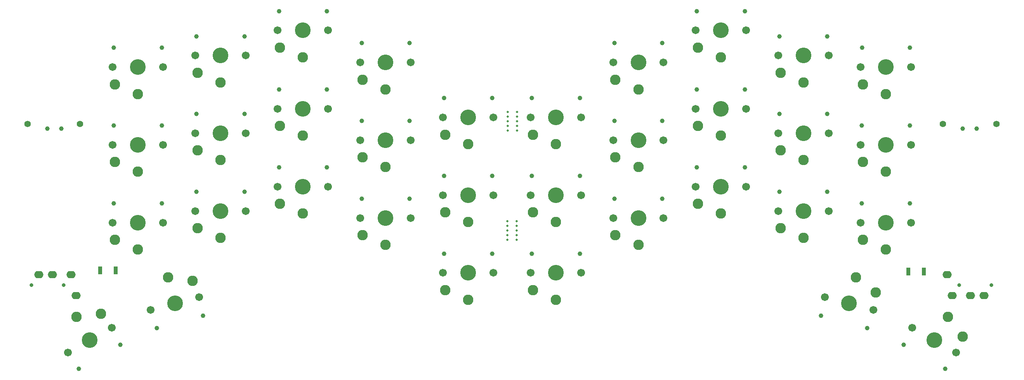
<source format=gbr>
%TF.GenerationSoftware,KiCad,Pcbnew,9.0.2*%
%TF.CreationDate,2025-05-16T22:32:54+01:00*%
%TF.ProjectId,my_sweepv2,6d795f73-7765-4657-9076-322e6b696361,rev?*%
%TF.SameCoordinates,Original*%
%TF.FileFunction,Soldermask,Top*%
%TF.FilePolarity,Negative*%
%FSLAX46Y46*%
G04 Gerber Fmt 4.6, Leading zero omitted, Abs format (unit mm)*
G04 Created by KiCad (PCBNEW 9.0.2) date 2025-05-16 22:32:54*
%MOMM*%
%LPD*%
G01*
G04 APERTURE LIST*
%ADD10C,0.500000*%
%ADD11C,0.800000*%
%ADD12O,2.000000X1.600000*%
%ADD13C,1.701800*%
%ADD14C,0.990600*%
%ADD15C,3.429000*%
%ADD16C,2.282000*%
%ADD17R,0.900000X1.700000*%
%ADD18C,1.397000*%
%ADD19C,1.000000*%
G04 APERTURE END LIST*
D10*
%TO.C,mouse-bite-2mm-slot*%
X129337938Y-48234000D03*
X129337938Y-49250000D03*
X129337938Y-50266000D03*
X129337938Y-51282000D03*
X129337938Y-52298000D03*
X131369938Y-48234000D03*
X131369938Y-49250000D03*
X131369938Y-50266000D03*
X131369938Y-51282000D03*
X131369938Y-52298000D03*
%TD*%
D11*
%TO.C,J2*%
X234874000Y-86052000D03*
X227874000Y-86052000D03*
D12*
X230274000Y-88352000D03*
X233274000Y-88352000D03*
X225174000Y-83752000D03*
X226274000Y-88352000D03*
%TD*%
D13*
%TO.C,SW16*%
X170356000Y-64516000D03*
D14*
X170636000Y-60316000D03*
D15*
X175856000Y-64516000D03*
D14*
X181076000Y-60316000D03*
D13*
X181356000Y-64516000D03*
D16*
X175856000Y-70416000D03*
X170856000Y-68316000D03*
%TD*%
D13*
%TO.C,SW20*%
X227149140Y-100832000D03*
D14*
X224806653Y-104329307D03*
D15*
X222386000Y-98082000D03*
D14*
X215765347Y-99109307D03*
D13*
X217622860Y-95332000D03*
D16*
X225336000Y-92972450D03*
X228616127Y-97291103D03*
%TD*%
D13*
%TO.C,SW15*%
X152356000Y-71374000D03*
D14*
X152636000Y-67174000D03*
D15*
X157856000Y-71374000D03*
D14*
X163076000Y-67174000D03*
D13*
X163356000Y-71374000D03*
D16*
X157856000Y-77274000D03*
X152856000Y-75174000D03*
%TD*%
D13*
%TO.C,SW21*%
X209138592Y-91505505D03*
D14*
X207781093Y-95489924D03*
D15*
X203826000Y-90082000D03*
D14*
X197696827Y-92787853D03*
D13*
X198513408Y-88658495D03*
D16*
X205353032Y-84383038D03*
X209639142Y-87705577D03*
%TD*%
D13*
%TO.C,SW17*%
X188356000Y-69850000D03*
D14*
X188636000Y-65650000D03*
D15*
X193856000Y-69850000D03*
D14*
X199076000Y-65650000D03*
D13*
X199356000Y-69850000D03*
D16*
X193856000Y-75750000D03*
X188856000Y-73650000D03*
%TD*%
D13*
%TO.C,SW18*%
X206336000Y-72390000D03*
D14*
X206616000Y-68190000D03*
D15*
X211836000Y-72390000D03*
D14*
X217056000Y-68190000D03*
D13*
X217336000Y-72390000D03*
D16*
X211836000Y-78290000D03*
X206836000Y-76190000D03*
%TD*%
D13*
%TO.C,SW4*%
X170356000Y-30382000D03*
D14*
X170636000Y-26182000D03*
D15*
X175856000Y-30382000D03*
D14*
X181076000Y-26182000D03*
D13*
X181356000Y-30382000D03*
D16*
X175856000Y-36282000D03*
X170856000Y-34182000D03*
%TD*%
D13*
%TO.C,SW3*%
X152356000Y-37382000D03*
D14*
X152636000Y-33182000D03*
D15*
X157856000Y-37382000D03*
D14*
X163076000Y-33182000D03*
D13*
X163356000Y-37382000D03*
D16*
X157856000Y-43282000D03*
X152856000Y-41182000D03*
%TD*%
D13*
%TO.C,SW9*%
X152356000Y-54356000D03*
D14*
X152636000Y-50156000D03*
D15*
X157856000Y-54356000D03*
D14*
X163076000Y-50156000D03*
D13*
X163356000Y-54356000D03*
D16*
X157856000Y-60256000D03*
X152856000Y-58156000D03*
%TD*%
D13*
%TO.C,SW14*%
X134356000Y-83382000D03*
D14*
X134636000Y-79182000D03*
D15*
X139856000Y-83382000D03*
D14*
X145076000Y-79182000D03*
D13*
X145356000Y-83382000D03*
D16*
X139856000Y-89282000D03*
X134856000Y-87182000D03*
%TD*%
D13*
%TO.C,SW12*%
X206336000Y-55372000D03*
D14*
X206616000Y-51172000D03*
D15*
X211836000Y-55372000D03*
D14*
X217056000Y-51172000D03*
D13*
X217336000Y-55372000D03*
D16*
X211836000Y-61272000D03*
X206836000Y-59172000D03*
%TD*%
D13*
%TO.C,SW11*%
X188356000Y-52832000D03*
D14*
X188636000Y-48632000D03*
D15*
X193856000Y-52832000D03*
D14*
X199076000Y-48632000D03*
D13*
X199356000Y-52832000D03*
D16*
X193856000Y-58732000D03*
X188856000Y-56632000D03*
%TD*%
D13*
%TO.C,SW8*%
X134356000Y-66382000D03*
D14*
X134636000Y-62182000D03*
D15*
X139856000Y-66382000D03*
D14*
X145076000Y-62182000D03*
D13*
X145356000Y-66382000D03*
D16*
X139856000Y-72282000D03*
X134856000Y-70182000D03*
%TD*%
D13*
%TO.C,SW6*%
X206356000Y-38382000D03*
D14*
X206636000Y-34182000D03*
D15*
X211856000Y-38382000D03*
D14*
X217076000Y-34182000D03*
D13*
X217356000Y-38382000D03*
D16*
X211856000Y-44282000D03*
X206856000Y-42182000D03*
%TD*%
D13*
%TO.C,SW5*%
X188356000Y-35882000D03*
D14*
X188636000Y-31682000D03*
D15*
X193856000Y-35882000D03*
D14*
X199076000Y-31682000D03*
D13*
X199356000Y-35882000D03*
D16*
X193856000Y-41782000D03*
X188856000Y-39682000D03*
%TD*%
D13*
%TO.C,SW2*%
X134356000Y-49382000D03*
D14*
X134636000Y-45182000D03*
D15*
X139856000Y-49382000D03*
D14*
X145076000Y-45182000D03*
D13*
X145356000Y-49382000D03*
D16*
X139856000Y-55282000D03*
X134856000Y-53182000D03*
%TD*%
D10*
%TO.C,mouse-bite-2mm-slot*%
X129269481Y-72060748D03*
X129269481Y-73076748D03*
X129269481Y-74092748D03*
X129269481Y-75108748D03*
X129269481Y-76124748D03*
X131301481Y-72060748D03*
X131301481Y-73076748D03*
X131301481Y-74092748D03*
X131301481Y-75108748D03*
X131301481Y-76124748D03*
%TD*%
D17*
%TO.C,RSW1*%
X216740000Y-83058000D03*
X220140000Y-83058000D03*
%TD*%
D13*
%TO.C,SW10*%
X170356000Y-47498000D03*
D14*
X170636000Y-43298000D03*
D15*
X175856000Y-47498000D03*
D14*
X181076000Y-43298000D03*
D13*
X181356000Y-47498000D03*
D16*
X175856000Y-53398000D03*
X170856000Y-51298000D03*
%TD*%
D18*
%TO.C,B+*%
X235966000Y-50800000D03*
%TD*%
%TO.C,B-*%
X224282000Y-50800000D03*
%TD*%
D11*
%TO.C,J1*%
X25476000Y-86052000D03*
X32476000Y-86052000D03*
D12*
X30076000Y-83752000D03*
X27076000Y-83752000D03*
X35176000Y-88352000D03*
X34076000Y-83752000D03*
%TD*%
D13*
%TO.C,SW17_r1*%
X43186000Y-72390000D03*
D14*
X43466000Y-68190000D03*
D15*
X48686000Y-72390000D03*
D14*
X53906000Y-68190000D03*
D13*
X54186000Y-72390000D03*
D16*
X48686000Y-78290000D03*
X43686000Y-76190000D03*
%TD*%
D13*
%TO.C,SW11_r1*%
X61200000Y-52832000D03*
D14*
X61480000Y-48632000D03*
D15*
X66700000Y-52832000D03*
D14*
X71920000Y-48632000D03*
D13*
X72200000Y-52832000D03*
D16*
X66700000Y-58732000D03*
X61700000Y-56632000D03*
%TD*%
D13*
%TO.C,SW15_r1*%
X79188000Y-64516000D03*
D14*
X79468000Y-60316000D03*
D15*
X84688000Y-64516000D03*
D14*
X89908000Y-60316000D03*
D13*
X90188000Y-64516000D03*
D16*
X84688000Y-70416000D03*
X79688000Y-68316000D03*
%TD*%
D13*
%TO.C,SW18_r1*%
X97214000Y-71374000D03*
D14*
X97494000Y-67174000D03*
D15*
X102714000Y-71374000D03*
D14*
X107934000Y-67174000D03*
D13*
X108214000Y-71374000D03*
D16*
X102714000Y-77274000D03*
X97714000Y-75174000D03*
%TD*%
D13*
%TO.C,SW6_r1*%
X43186000Y-38382000D03*
D14*
X43466000Y-34182000D03*
D15*
X48686000Y-38382000D03*
D14*
X53906000Y-34182000D03*
D13*
X54186000Y-38382000D03*
D16*
X48686000Y-44282000D03*
X43686000Y-42182000D03*
%TD*%
D13*
%TO.C,SW5_r1*%
X61200000Y-35882000D03*
D14*
X61480000Y-31682000D03*
D15*
X66700000Y-35882000D03*
D14*
X71920000Y-31682000D03*
D13*
X72200000Y-35882000D03*
D16*
X66700000Y-41782000D03*
X61700000Y-39682000D03*
%TD*%
D13*
%TO.C,SW2_r1*%
X115232000Y-49382000D03*
D14*
X115512000Y-45182000D03*
D15*
X120732000Y-49382000D03*
D14*
X125952000Y-45182000D03*
D13*
X126232000Y-49382000D03*
D16*
X120732000Y-55282000D03*
X115732000Y-53182000D03*
%TD*%
D13*
%TO.C,SW16_r1*%
X61200000Y-69850000D03*
D14*
X61480000Y-65650000D03*
D15*
X66700000Y-69850000D03*
D14*
X71920000Y-65650000D03*
D13*
X72200000Y-69850000D03*
D16*
X66700000Y-75750000D03*
X61700000Y-73650000D03*
%TD*%
D13*
%TO.C,SW4_r1*%
X79188000Y-30382000D03*
D14*
X79468000Y-26182000D03*
D15*
X84688000Y-30382000D03*
D14*
X89908000Y-26182000D03*
D13*
X90188000Y-30382000D03*
D16*
X84688000Y-36282000D03*
X79688000Y-34182000D03*
%TD*%
D13*
%TO.C,SW13_r1*%
X115232000Y-83382000D03*
D14*
X115512000Y-79182000D03*
D15*
X120732000Y-83382000D03*
D14*
X125952000Y-79182000D03*
D13*
X126232000Y-83382000D03*
D16*
X120732000Y-89282000D03*
X115732000Y-87182000D03*
%TD*%
D13*
%TO.C,SW12_r1*%
X43186000Y-55372000D03*
D14*
X43466000Y-51172000D03*
D15*
X48686000Y-55372000D03*
D14*
X53906000Y-51172000D03*
D13*
X54186000Y-55372000D03*
D16*
X48686000Y-61272000D03*
X43686000Y-59172000D03*
%TD*%
D13*
%TO.C,SW3_r1*%
X97214000Y-37382000D03*
D14*
X97494000Y-33182000D03*
D15*
X102714000Y-37382000D03*
D14*
X107934000Y-33182000D03*
D13*
X108214000Y-37382000D03*
D16*
X102714000Y-43282000D03*
X97714000Y-41182000D03*
%TD*%
D13*
%TO.C,SW8_r1*%
X97214000Y-54356000D03*
D14*
X97494000Y-50156000D03*
D15*
X102714000Y-54356000D03*
D14*
X107934000Y-50156000D03*
D13*
X108214000Y-54356000D03*
D16*
X102714000Y-60256000D03*
X97714000Y-58156000D03*
%TD*%
D13*
%TO.C,SW21_r1*%
X62090592Y-88658495D03*
D14*
X62907173Y-92787853D03*
D15*
X56778000Y-90082000D03*
D14*
X52822907Y-95489924D03*
D13*
X51465408Y-91505505D03*
D16*
X55250968Y-84383038D03*
X60624117Y-85117387D03*
%TD*%
D13*
%TO.C,SW9_r1*%
X79188000Y-47498000D03*
D14*
X79468000Y-43298000D03*
D15*
X84688000Y-47498000D03*
D14*
X89908000Y-43298000D03*
D13*
X90188000Y-47498000D03*
D16*
X84688000Y-53398000D03*
X79688000Y-51298000D03*
%TD*%
D13*
%TO.C,SW20_r1*%
X42981140Y-95332000D03*
D14*
X44838653Y-99109307D03*
D15*
X38218000Y-98082000D03*
D14*
X35797347Y-104329307D03*
D13*
X33454860Y-100832000D03*
D16*
X35268000Y-92972450D03*
X40648127Y-92291103D03*
%TD*%
D13*
%TO.C,SW7_r1*%
X115232000Y-66382000D03*
D14*
X115512000Y-62182000D03*
D15*
X120732000Y-66382000D03*
D14*
X125952000Y-62182000D03*
D13*
X126232000Y-66382000D03*
D16*
X120732000Y-72282000D03*
X115732000Y-70182000D03*
%TD*%
D18*
%TO.C,B-*%
X36068000Y-50800000D03*
%TD*%
%TO.C,B+*%
X24638000Y-50800000D03*
%TD*%
D17*
%TO.C,RSW2*%
X40464000Y-82804000D03*
X43864000Y-82804000D03*
%TD*%
D19*
%TO.C,POWER SW*%
X231624000Y-51816000D03*
X228624000Y-51816000D03*
%TD*%
%TO.C,POWER SW*%
X31980000Y-51816000D03*
X28980000Y-51816000D03*
%TD*%
M02*

</source>
